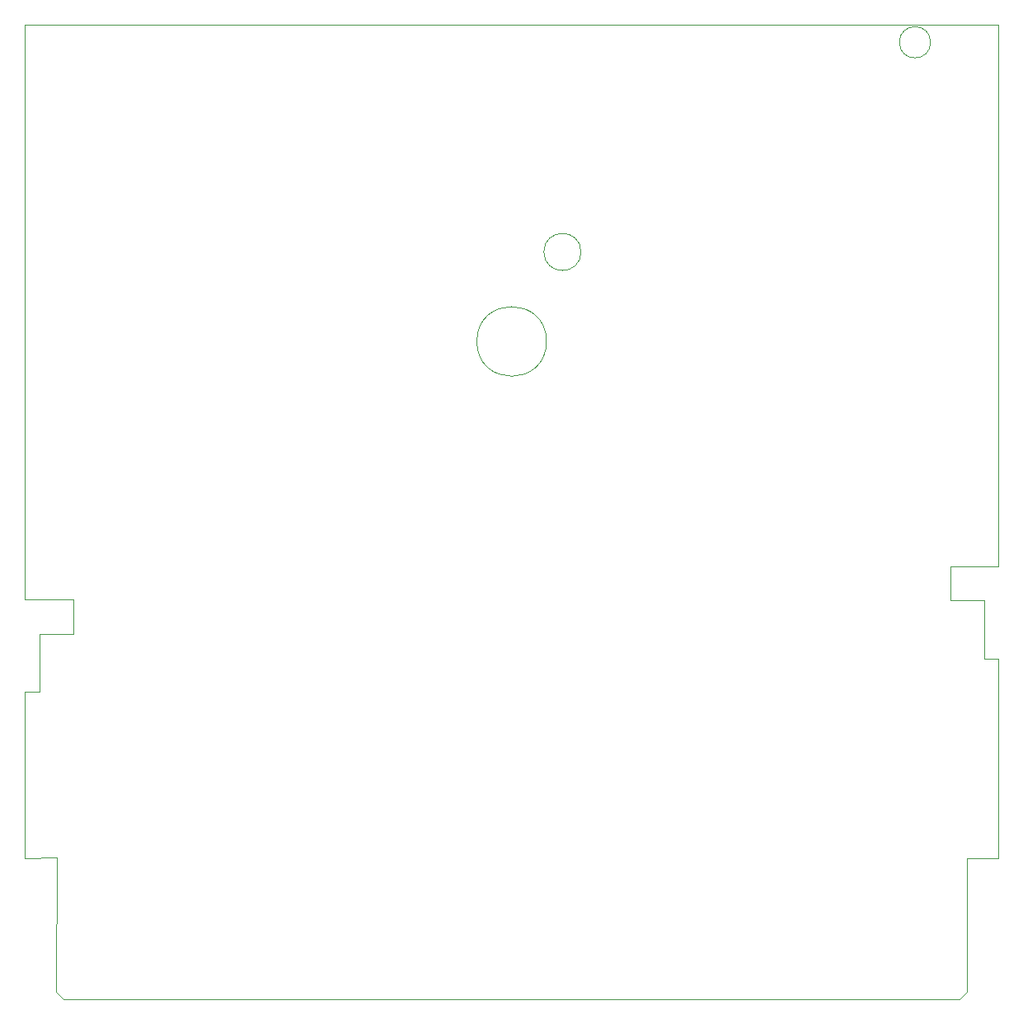
<source format=gbr>
%TF.GenerationSoftware,KiCad,Pcbnew,(7.0.0)*%
%TF.CreationDate,2023-06-26T18:42:24-07:00*%
%TF.ProjectId,AS-NES-Mapper474,41532d4e-4553-42d4-9d61-707065723437,rev?*%
%TF.SameCoordinates,Original*%
%TF.FileFunction,Profile,NP*%
%FSLAX46Y46*%
G04 Gerber Fmt 4.6, Leading zero omitted, Abs format (unit mm)*
G04 Created by KiCad (PCBNEW (7.0.0)) date 2023-06-26 18:42:24*
%MOMM*%
%LPD*%
G01*
G04 APERTURE LIST*
%TA.AperFunction,Profile*%
%ADD10C,0.100000*%
%TD*%
G04 APERTURE END LIST*
D10*
X152536800Y-47644900D02*
X152536000Y-103205100D01*
X57538700Y-106645900D02*
X57538800Y-110147100D01*
X147582100Y-103205100D02*
X152536000Y-103205100D01*
X151083600Y-112702400D02*
X152538600Y-112699700D01*
X147583600Y-106703400D02*
X147582100Y-103205100D01*
X52537600Y-47644700D02*
X152536800Y-47644900D01*
X145561300Y-49419000D02*
G75*
G03*
X145561300Y-49419000I-1601600J0D01*
G01*
X152536300Y-133173900D02*
X152538800Y-119649400D01*
X152538800Y-119649400D02*
X152538600Y-112699700D01*
X52538000Y-116143300D02*
X54038800Y-116146000D01*
X54039600Y-110146200D02*
X57538800Y-110147100D01*
X109654400Y-70948300D02*
G75*
G03*
X109654400Y-70948300I-1905000J0D01*
G01*
X54038800Y-116146000D02*
X54039600Y-110146200D01*
X106113700Y-80140200D02*
G75*
G03*
X106113700Y-80140200I-3577100J0D01*
G01*
X147583600Y-106703400D02*
X151082800Y-106702500D01*
X52537600Y-47644700D02*
X52539100Y-106648600D01*
X151082800Y-106702500D02*
X151083600Y-112702400D01*
X52539100Y-106648600D02*
X57538700Y-106645900D01*
X52535800Y-133175300D02*
X52538000Y-116143300D01*
%TO.C,J1*%
X52535800Y-133175300D02*
X55786800Y-133171700D01*
X55774700Y-146918000D02*
X55786800Y-133171700D01*
X55774700Y-146918000D02*
X56536700Y-147680000D01*
X56536700Y-147680000D02*
X148535100Y-147674000D01*
X148535100Y-147674000D02*
X149286000Y-146924000D01*
X149284600Y-133173900D02*
X149286000Y-146924000D01*
X149284600Y-133173900D02*
X152536300Y-133173900D01*
%TD*%
M02*

</source>
